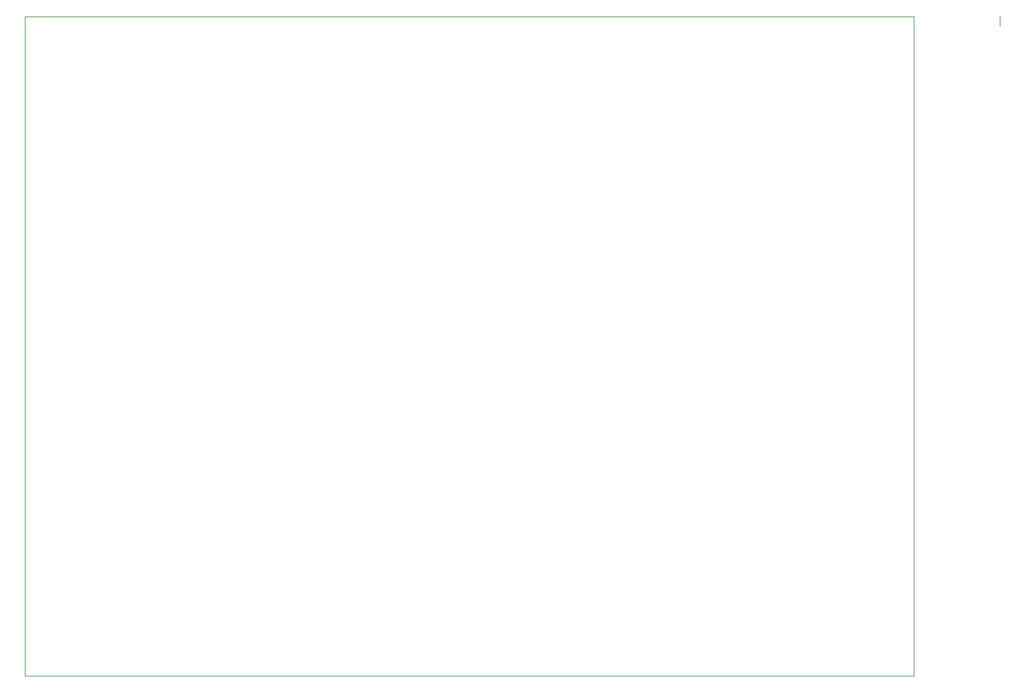
<source format=gbr>
G04 #@! TF.GenerationSoftware,KiCad,Pcbnew,(5.1.0-1546-g4fcfd266e)*
G04 #@! TF.CreationDate,2019-09-02T12:58:36-07:00*
G04 #@! TF.ProjectId,300-1006,3330302d-3130-4303-962e-6b696361645f,rev?*
G04 #@! TF.SameCoordinates,Original*
G04 #@! TF.FileFunction,Profile,NP*
%FSLAX46Y46*%
G04 Gerber Fmt 4.6, Leading zero omitted, Abs format (unit mm)*
G04 Created by KiCad (PCBNEW (5.1.0-1546-g4fcfd266e)) date 2019-09-02 12:58:36*
%MOMM*%
%LPD*%
G04 APERTURE LIST*
%ADD10C,0.100000*%
%ADD11C,0.050000*%
G04 APERTURE END LIST*
D10*
X30480000Y-157480000D02*
X30480000Y-170180000D01*
X30480000Y-82550000D02*
X30480000Y-157480000D01*
X148590000Y-82550000D02*
X30480000Y-82550000D01*
X148590000Y-170180000D02*
X148590000Y-82550000D01*
X30480000Y-170180000D02*
X148590000Y-170180000D01*
D11*
X160020000Y-83820000D02*
X160020000Y-82550000D01*
M02*

</source>
